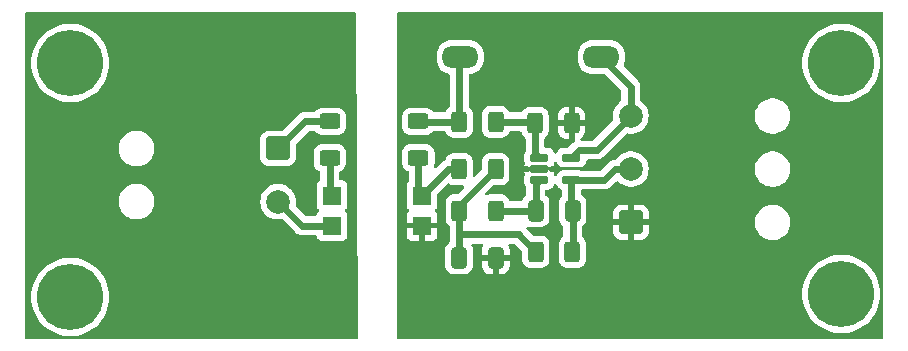
<source format=gbr>
%TF.GenerationSoftware,KiCad,Pcbnew,8.0.7*%
%TF.CreationDate,2025-02-03T10:28:06+01:00*%
%TF.ProjectId,pwmTo_0-5V,70776d54-6f5f-4302-9d35-562e6b696361,rev?*%
%TF.SameCoordinates,Original*%
%TF.FileFunction,Copper,L1,Top*%
%TF.FilePolarity,Positive*%
%FSLAX46Y46*%
G04 Gerber Fmt 4.6, Leading zero omitted, Abs format (unit mm)*
G04 Created by KiCad (PCBNEW 8.0.7) date 2025-02-03 10:28:06*
%MOMM*%
%LPD*%
G01*
G04 APERTURE LIST*
G04 Aperture macros list*
%AMRoundRect*
0 Rectangle with rounded corners*
0 $1 Rounding radius*
0 $2 $3 $4 $5 $6 $7 $8 $9 X,Y pos of 4 corners*
0 Add a 4 corners polygon primitive as box body*
4,1,4,$2,$3,$4,$5,$6,$7,$8,$9,$2,$3,0*
0 Add four circle primitives for the rounded corners*
1,1,$1+$1,$2,$3*
1,1,$1+$1,$4,$5*
1,1,$1+$1,$6,$7*
1,1,$1+$1,$8,$9*
0 Add four rect primitives between the rounded corners*
20,1,$1+$1,$2,$3,$4,$5,0*
20,1,$1+$1,$4,$5,$6,$7,0*
20,1,$1+$1,$6,$7,$8,$9,0*
20,1,$1+$1,$8,$9,$2,$3,0*%
G04 Aperture macros list end*
%TA.AperFunction,SMDPad,CuDef*%
%ADD10RoundRect,0.250000X-0.400000X-0.625000X0.400000X-0.625000X0.400000X0.625000X-0.400000X0.625000X0*%
%TD*%
%TA.AperFunction,ComponentPad*%
%ADD11C,3.600000*%
%TD*%
%TA.AperFunction,ConnectorPad*%
%ADD12C,5.600000*%
%TD*%
%TA.AperFunction,ComponentPad*%
%ADD13RoundRect,0.250000X0.750000X-0.750000X0.750000X0.750000X-0.750000X0.750000X-0.750000X-0.750000X0*%
%TD*%
%TA.AperFunction,ComponentPad*%
%ADD14C,2.000000*%
%TD*%
%TA.AperFunction,ComponentPad*%
%ADD15RoundRect,0.799900X-0.700100X-0.150100X0.700100X-0.150100X0.700100X0.150100X-0.700100X0.150100X0*%
%TD*%
%TA.AperFunction,SMDPad,CuDef*%
%ADD16RoundRect,0.250000X-0.625000X0.400000X-0.625000X-0.400000X0.625000X-0.400000X0.625000X0.400000X0*%
%TD*%
%TA.AperFunction,SMDPad,CuDef*%
%ADD17RoundRect,0.250000X-0.412500X-0.650000X0.412500X-0.650000X0.412500X0.650000X-0.412500X0.650000X0*%
%TD*%
%TA.AperFunction,SMDPad,CuDef*%
%ADD18RoundRect,0.162500X-0.617500X-0.162500X0.617500X-0.162500X0.617500X0.162500X-0.617500X0.162500X0*%
%TD*%
%TA.AperFunction,SMDPad,CuDef*%
%ADD19R,1.600000X1.600000*%
%TD*%
%TA.AperFunction,ComponentPad*%
%ADD20RoundRect,0.250000X-0.750000X0.750000X-0.750000X-0.750000X0.750000X-0.750000X0.750000X0.750000X0*%
%TD*%
%TA.AperFunction,Conductor*%
%ADD21C,0.600000*%
%TD*%
G04 APERTURE END LIST*
D10*
%TO.P,R7,1*%
%TO.N,Net-(R4-Pad2)*%
X101525000Y-67800000D03*
%TO.P,R7,2*%
%TO.N,Net-(C1-Pad1)*%
X104625000Y-67800000D03*
%TD*%
D11*
%TO.P,H4,1*%
%TO.N,N/C*%
X68605000Y-58812000D03*
D12*
X68605000Y-58812000D03*
%TD*%
D10*
%TO.P,R3,1*%
%TO.N,VCC*%
X101525000Y-63800000D03*
%TO.P,R3,2*%
%TO.N,Net-(U2-+)*%
X104625000Y-63800000D03*
%TD*%
D11*
%TO.P,H3,1*%
%TO.N,N/C*%
X68605000Y-78624000D03*
D12*
X68605000Y-78624000D03*
%TD*%
D10*
%TO.P,R5,1*%
%TO.N,Net-(C1-Pad1)*%
X108025000Y-74800000D03*
%TO.P,R5,2*%
%TO.N,Net-(J1-Pin_2)*%
X111125000Y-74800000D03*
%TD*%
%TO.P,R2,1*%
%TO.N,Net-(U2-+)*%
X107949000Y-63892000D03*
%TO.P,R2,2*%
%TO.N,GND*%
X111049000Y-63892000D03*
%TD*%
D13*
%TO.P,J1,1,Pin_1*%
%TO.N,GND*%
X116075000Y-72300000D03*
D14*
%TO.P,J1,2,Pin_2*%
%TO.N,Net-(J1-Pin_2)*%
X116075000Y-67800000D03*
%TO.P,J1,3,Pin_3*%
%TO.N,VCC*%
X116075000Y-63300000D03*
%TD*%
D15*
%TO.P,JP1,1,A*%
%TO.N,VCC*%
X101625000Y-58304000D03*
%TO.P,JP1,2,B*%
X113563000Y-58304000D03*
%TD*%
D11*
%TO.P,H1,1*%
%TO.N,N/C*%
X133883000Y-58812000D03*
D12*
X133883000Y-58812000D03*
%TD*%
D11*
%TO.P,H2,1*%
%TO.N,N/C*%
X133883000Y-78370000D03*
D12*
X133883000Y-78370000D03*
%TD*%
D16*
%TO.P,R1,1*%
%TO.N,Net-(J2-Pin_1)*%
X90575000Y-63750000D03*
%TO.P,R1,2*%
%TO.N,Net-(R1-Pad2)*%
X90575000Y-66850000D03*
%TD*%
D17*
%TO.P,C2,1*%
%TO.N,Net-(U2--)*%
X108012500Y-71300000D03*
%TO.P,C2,2*%
%TO.N,Net-(J1-Pin_2)*%
X111137500Y-71300000D03*
%TD*%
D18*
%TO.P,U2,1,+*%
%TO.N,Net-(U2-+)*%
X108323000Y-66818000D03*
%TO.P,U2,2,V-*%
%TO.N,GND*%
X108323000Y-67768000D03*
%TO.P,U2,3,-*%
%TO.N,Net-(U2--)*%
X108323000Y-68718000D03*
%TO.P,U2,4*%
%TO.N,Net-(J1-Pin_2)*%
X111023000Y-68718000D03*
%TO.P,U2,5,V+*%
%TO.N,VCC*%
X111023000Y-66818000D03*
%TD*%
D10*
%TO.P,R6,1*%
%TO.N,Net-(C1-Pad1)*%
X101525000Y-71300000D03*
%TO.P,R6,2*%
%TO.N,Net-(U2--)*%
X104625000Y-71300000D03*
%TD*%
D19*
%TO.P,U1,1*%
%TO.N,Net-(R1-Pad2)*%
X90765000Y-70030000D03*
%TO.P,U1,2*%
%TO.N,Net-(J2-Pin_2)*%
X90765000Y-72570000D03*
%TO.P,U1,3*%
%TO.N,GND*%
X98385000Y-72570000D03*
%TO.P,U1,4*%
%TO.N,Net-(R4-Pad2)*%
X98385000Y-70030000D03*
%TD*%
D17*
%TO.P,C1,1*%
%TO.N,Net-(C1-Pad1)*%
X101512500Y-75300000D03*
%TO.P,C1,2*%
%TO.N,GND*%
X104637500Y-75300000D03*
%TD*%
D20*
%TO.P,J2,1,Pin_1*%
%TO.N,Net-(J2-Pin_1)*%
X86200000Y-66050000D03*
D14*
%TO.P,J2,2,Pin_2*%
%TO.N,Net-(J2-Pin_2)*%
X86200000Y-70550000D03*
%TD*%
D16*
%TO.P,R4,1*%
%TO.N,VCC*%
X98075000Y-63750000D03*
%TO.P,R4,2*%
%TO.N,Net-(R4-Pad2)*%
X98075000Y-66850000D03*
%TD*%
D21*
%TO.N,Net-(C1-Pad1)*%
X106575000Y-73350000D02*
X106575000Y-73300000D01*
X108025000Y-74800000D02*
X106575000Y-73350000D01*
X106575000Y-73300000D02*
X101525000Y-73300000D01*
X101525000Y-73300000D02*
X101525000Y-74787500D01*
X101525000Y-74787500D02*
X101512500Y-74800000D01*
X101525000Y-70900000D02*
X101525000Y-71300000D01*
X101525000Y-71300000D02*
X101525000Y-73300000D01*
X104625000Y-67800000D02*
X101525000Y-70900000D01*
%TO.N,Net-(U2--)*%
X108012500Y-71300000D02*
X104625000Y-71300000D01*
X108012500Y-69028500D02*
X108323000Y-68718000D01*
X108012500Y-71300000D02*
X108012500Y-69028500D01*
%TO.N,Net-(J1-Pin_2)*%
X111023000Y-71185500D02*
X111137500Y-71300000D01*
X113817000Y-68718000D02*
X111023000Y-68718000D01*
X111023000Y-68718000D02*
X111023000Y-71185500D01*
X116075000Y-67800000D02*
X114735000Y-67800000D01*
X111137500Y-71300000D02*
X111137500Y-74787500D01*
X114735000Y-67800000D02*
X113817000Y-68718000D01*
X111137500Y-74787500D02*
X111125000Y-74800000D01*
%TO.N,VCC*%
X98125000Y-63800000D02*
X98075000Y-63750000D01*
X116075000Y-60816000D02*
X113563000Y-58304000D01*
X116075000Y-60816000D02*
X116075000Y-62500000D01*
X101525000Y-63800000D02*
X98125000Y-63800000D01*
X111663000Y-66178000D02*
X111023000Y-66818000D01*
X113197000Y-66178000D02*
X111663000Y-66178000D01*
X116075000Y-63300000D02*
X113197000Y-66178000D01*
X101525000Y-63800000D02*
X101525000Y-58404000D01*
X101525000Y-58404000D02*
X101625000Y-58304000D01*
%TO.N,Net-(J2-Pin_2)*%
X88220000Y-72570000D02*
X90765000Y-72570000D01*
X86200000Y-70550000D02*
X88220000Y-72570000D01*
%TO.N,Net-(J2-Pin_1)*%
X88500000Y-63750000D02*
X86200000Y-66050000D01*
X90575000Y-63750000D02*
X88500000Y-63750000D01*
%TO.N,Net-(R1-Pad2)*%
X90575000Y-66850000D02*
X90575000Y-69840000D01*
X90575000Y-69840000D02*
X90765000Y-70030000D01*
%TO.N,Net-(U2-+)*%
X104625000Y-63800000D02*
X108025000Y-63800000D01*
X107949000Y-63892000D02*
X107949000Y-66444000D01*
X107949000Y-66444000D02*
X108323000Y-66818000D01*
%TO.N,Net-(R4-Pad2)*%
X100615000Y-67800000D02*
X98385000Y-70030000D01*
X101525000Y-67800000D02*
X100615000Y-67800000D01*
X98075000Y-66850000D02*
X98075000Y-69720000D01*
X98075000Y-69720000D02*
X98385000Y-70030000D01*
%TD*%
%TA.AperFunction,Conductor*%
%TO.N,GND*%
G36*
X92698390Y-54506185D02*
G01*
X92744145Y-54558989D01*
X92755345Y-54609410D01*
X92994612Y-81885805D01*
X92996162Y-82062412D01*
X92977066Y-82129622D01*
X92924666Y-82175838D01*
X92872167Y-82187500D01*
X64911500Y-82187500D01*
X64844461Y-82167815D01*
X64798706Y-82115011D01*
X64787500Y-82063500D01*
X64787500Y-78623997D01*
X65299652Y-78623997D01*
X65299652Y-78624002D01*
X65319028Y-78981368D01*
X65319029Y-78981385D01*
X65376926Y-79334539D01*
X65376932Y-79334565D01*
X65472672Y-79679392D01*
X65472674Y-79679399D01*
X65605142Y-80011870D01*
X65605151Y-80011888D01*
X65772784Y-80328077D01*
X65772790Y-80328086D01*
X65973634Y-80624309D01*
X65973641Y-80624319D01*
X66205331Y-80897085D01*
X66205332Y-80897086D01*
X66465163Y-81143211D01*
X66750081Y-81359800D01*
X67056747Y-81544315D01*
X67056749Y-81544316D01*
X67056751Y-81544317D01*
X67056755Y-81544319D01*
X67381552Y-81694585D01*
X67381565Y-81694591D01*
X67720726Y-81808868D01*
X68070254Y-81885805D01*
X68426052Y-81924500D01*
X68426058Y-81924500D01*
X68783942Y-81924500D01*
X68783948Y-81924500D01*
X69139746Y-81885805D01*
X69489274Y-81808868D01*
X69828435Y-81694591D01*
X70153253Y-81544315D01*
X70459919Y-81359800D01*
X70744837Y-81143211D01*
X71004668Y-80897086D01*
X71236365Y-80624311D01*
X71437211Y-80328085D01*
X71604853Y-80011880D01*
X71737324Y-79679403D01*
X71833071Y-79334552D01*
X71890972Y-78981371D01*
X71910348Y-78624000D01*
X71890972Y-78266629D01*
X71833071Y-77913448D01*
X71737324Y-77568597D01*
X71604853Y-77236120D01*
X71437211Y-76919915D01*
X71236365Y-76623689D01*
X71236361Y-76623684D01*
X71236358Y-76623680D01*
X71004668Y-76350914D01*
X70744837Y-76104789D01*
X70744830Y-76104783D01*
X70744827Y-76104781D01*
X70677245Y-76053407D01*
X70459919Y-75888200D01*
X70153253Y-75703685D01*
X70153252Y-75703684D01*
X70153248Y-75703682D01*
X70153244Y-75703680D01*
X69828447Y-75553414D01*
X69828441Y-75553411D01*
X69828435Y-75553409D01*
X69658854Y-75496270D01*
X69489273Y-75439131D01*
X69139744Y-75362194D01*
X68783949Y-75323500D01*
X68783948Y-75323500D01*
X68426052Y-75323500D01*
X68426050Y-75323500D01*
X68070255Y-75362194D01*
X67720726Y-75439131D01*
X67464970Y-75525306D01*
X67381565Y-75553409D01*
X67381563Y-75553410D01*
X67381552Y-75553414D01*
X67056755Y-75703680D01*
X67056751Y-75703682D01*
X66828367Y-75841096D01*
X66750081Y-75888200D01*
X66661768Y-75955333D01*
X66465172Y-76104781D01*
X66465163Y-76104789D01*
X66205331Y-76350914D01*
X65973641Y-76623680D01*
X65973634Y-76623690D01*
X65772790Y-76919913D01*
X65772784Y-76919922D01*
X65605151Y-77236111D01*
X65605142Y-77236129D01*
X65472674Y-77568600D01*
X65472672Y-77568607D01*
X65376932Y-77913434D01*
X65376926Y-77913460D01*
X65319029Y-78266614D01*
X65319028Y-78266631D01*
X65299652Y-78623997D01*
X64787500Y-78623997D01*
X64787500Y-70431902D01*
X72699500Y-70431902D01*
X72699500Y-70668097D01*
X72736446Y-70901368D01*
X72809433Y-71125996D01*
X72881078Y-71266606D01*
X72916657Y-71336433D01*
X73055483Y-71527510D01*
X73222490Y-71694517D01*
X73413567Y-71833343D01*
X73512991Y-71884002D01*
X73624003Y-71940566D01*
X73624005Y-71940566D01*
X73624008Y-71940568D01*
X73744412Y-71979689D01*
X73848631Y-72013553D01*
X74081903Y-72050500D01*
X74081908Y-72050500D01*
X74318097Y-72050500D01*
X74551368Y-72013553D01*
X74563626Y-72009570D01*
X74775992Y-71940568D01*
X74986433Y-71833343D01*
X75177510Y-71694517D01*
X75344517Y-71527510D01*
X75483343Y-71336433D01*
X75590568Y-71125992D01*
X75663553Y-70901368D01*
X75679955Y-70797811D01*
X75700500Y-70668097D01*
X75700500Y-70549994D01*
X84694357Y-70549994D01*
X84694357Y-70550005D01*
X84714890Y-70797812D01*
X84714892Y-70797824D01*
X84775936Y-71038881D01*
X84875826Y-71266606D01*
X85011833Y-71474782D01*
X85011836Y-71474785D01*
X85180256Y-71657738D01*
X85376491Y-71810474D01*
X85595190Y-71928828D01*
X85830386Y-72009571D01*
X86075665Y-72050500D01*
X86324334Y-72050500D01*
X86324335Y-72050500D01*
X86470560Y-72026099D01*
X86539923Y-72034481D01*
X86578649Y-72060727D01*
X87598211Y-73080289D01*
X87709711Y-73191789D01*
X87840821Y-73279394D01*
X87943833Y-73322062D01*
X87986502Y-73339737D01*
X88141152Y-73370499D01*
X88141155Y-73370500D01*
X88141157Y-73370500D01*
X88141158Y-73370500D01*
X89348023Y-73370500D01*
X89415062Y-73390185D01*
X89460817Y-73442989D01*
X89468266Y-73470134D01*
X89469124Y-73469932D01*
X89470907Y-73477479D01*
X89521202Y-73612328D01*
X89521206Y-73612335D01*
X89607452Y-73727544D01*
X89607455Y-73727547D01*
X89722664Y-73813793D01*
X89722671Y-73813797D01*
X89857517Y-73864091D01*
X89857516Y-73864091D01*
X89864444Y-73864835D01*
X89917127Y-73870500D01*
X91612872Y-73870499D01*
X91672483Y-73864091D01*
X91807331Y-73813796D01*
X91922546Y-73727546D01*
X92008796Y-73612331D01*
X92059091Y-73477483D01*
X92065500Y-73417873D01*
X92065499Y-71722128D01*
X92059091Y-71662517D01*
X92008796Y-71527669D01*
X92008795Y-71527668D01*
X92008793Y-71527664D01*
X91922547Y-71412455D01*
X91922546Y-71412454D01*
X91904930Y-71399267D01*
X91863058Y-71343334D01*
X91858074Y-71273642D01*
X91891558Y-71212319D01*
X91904930Y-71200733D01*
X91922546Y-71187546D01*
X92008796Y-71072331D01*
X92059091Y-70937483D01*
X92065500Y-70877873D01*
X92065499Y-69182128D01*
X92059091Y-69122517D01*
X92045637Y-69086446D01*
X92008797Y-68987671D01*
X92008793Y-68987664D01*
X91922547Y-68872455D01*
X91922544Y-68872452D01*
X91807335Y-68786206D01*
X91807328Y-68786202D01*
X91672482Y-68735908D01*
X91672483Y-68735908D01*
X91612883Y-68729501D01*
X91612881Y-68729500D01*
X91612873Y-68729500D01*
X91612865Y-68729500D01*
X91499500Y-68729500D01*
X91432461Y-68709815D01*
X91386706Y-68657011D01*
X91375500Y-68605500D01*
X91375500Y-68072016D01*
X91395185Y-68004977D01*
X91447989Y-67959222D01*
X91460488Y-67954313D01*
X91519334Y-67934814D01*
X91668656Y-67842712D01*
X91792712Y-67718656D01*
X91884814Y-67569334D01*
X91939999Y-67402797D01*
X91950500Y-67300009D01*
X91950499Y-66399992D01*
X91939999Y-66297203D01*
X91884814Y-66130666D01*
X91792712Y-65981344D01*
X91668656Y-65857288D01*
X91519334Y-65765186D01*
X91352797Y-65710001D01*
X91352795Y-65710000D01*
X91250010Y-65699500D01*
X89899998Y-65699500D01*
X89899981Y-65699501D01*
X89797203Y-65710000D01*
X89797200Y-65710001D01*
X89630668Y-65765185D01*
X89630663Y-65765187D01*
X89481342Y-65857289D01*
X89357289Y-65981342D01*
X89265187Y-66130663D01*
X89265185Y-66130668D01*
X89237349Y-66214670D01*
X89210001Y-66297203D01*
X89210001Y-66297204D01*
X89210000Y-66297204D01*
X89199500Y-66399983D01*
X89199500Y-67300001D01*
X89199501Y-67300019D01*
X89210000Y-67402796D01*
X89210001Y-67402799D01*
X89246702Y-67513553D01*
X89265186Y-67569334D01*
X89357288Y-67718656D01*
X89481344Y-67842712D01*
X89630666Y-67934814D01*
X89630668Y-67934815D01*
X89651110Y-67941588D01*
X89689502Y-67954310D01*
X89746947Y-67994081D01*
X89773772Y-68058596D01*
X89774500Y-68072016D01*
X89774500Y-68685333D01*
X89754815Y-68752372D01*
X89724812Y-68784599D01*
X89607452Y-68872455D01*
X89521206Y-68987664D01*
X89521202Y-68987671D01*
X89470908Y-69122517D01*
X89464501Y-69182116D01*
X89464501Y-69182123D01*
X89464500Y-69182135D01*
X89464500Y-70877870D01*
X89464501Y-70877876D01*
X89470908Y-70937483D01*
X89521202Y-71072328D01*
X89521206Y-71072335D01*
X89607452Y-71187544D01*
X89607453Y-71187544D01*
X89607454Y-71187546D01*
X89625070Y-71200733D01*
X89625071Y-71200734D01*
X89666941Y-71256668D01*
X89671925Y-71326360D01*
X89638439Y-71387683D01*
X89625071Y-71399266D01*
X89607452Y-71412455D01*
X89521206Y-71527664D01*
X89521202Y-71527671D01*
X89470908Y-71662517D01*
X89469126Y-71670062D01*
X89466853Y-71669525D01*
X89444571Y-71723312D01*
X89387177Y-71763157D01*
X89348024Y-71769500D01*
X88602940Y-71769500D01*
X88535901Y-71749815D01*
X88515259Y-71733181D01*
X87713669Y-70931591D01*
X87680184Y-70870268D01*
X87681144Y-70813469D01*
X87685108Y-70797821D01*
X87685109Y-70797811D01*
X87705643Y-70550005D01*
X87705643Y-70549994D01*
X87685109Y-70302187D01*
X87685107Y-70302175D01*
X87624063Y-70061118D01*
X87524173Y-69833393D01*
X87388166Y-69625217D01*
X87339624Y-69572487D01*
X87219744Y-69442262D01*
X87023509Y-69289526D01*
X87023507Y-69289525D01*
X87023506Y-69289524D01*
X86804811Y-69171172D01*
X86804802Y-69171169D01*
X86569616Y-69090429D01*
X86324335Y-69049500D01*
X86075665Y-69049500D01*
X85830383Y-69090429D01*
X85595197Y-69171169D01*
X85595188Y-69171172D01*
X85376493Y-69289524D01*
X85180257Y-69442261D01*
X85011833Y-69625217D01*
X84875826Y-69833393D01*
X84775936Y-70061118D01*
X84714892Y-70302175D01*
X84714890Y-70302187D01*
X84694357Y-70549994D01*
X75700500Y-70549994D01*
X75700500Y-70431902D01*
X75663553Y-70198631D01*
X75590566Y-69974003D01*
X75483342Y-69763566D01*
X75344517Y-69572490D01*
X75177510Y-69405483D01*
X74986433Y-69266657D01*
X74775996Y-69159433D01*
X74551368Y-69086446D01*
X74318097Y-69049500D01*
X74318092Y-69049500D01*
X74081908Y-69049500D01*
X74081903Y-69049500D01*
X73848631Y-69086446D01*
X73624003Y-69159433D01*
X73413566Y-69266657D01*
X73304550Y-69345862D01*
X73222490Y-69405483D01*
X73222488Y-69405485D01*
X73222487Y-69405485D01*
X73055485Y-69572487D01*
X73055485Y-69572488D01*
X73055483Y-69572490D01*
X72995862Y-69654550D01*
X72916657Y-69763566D01*
X72809433Y-69974003D01*
X72736446Y-70198631D01*
X72699500Y-70431902D01*
X64787500Y-70431902D01*
X64787500Y-65931902D01*
X72699500Y-65931902D01*
X72699500Y-66168097D01*
X72736446Y-66401368D01*
X72809433Y-66625996D01*
X72916657Y-66836433D01*
X73055483Y-67027510D01*
X73222490Y-67194517D01*
X73413567Y-67333343D01*
X73512991Y-67384002D01*
X73624003Y-67440566D01*
X73624005Y-67440566D01*
X73624008Y-67440568D01*
X73744412Y-67479689D01*
X73848631Y-67513553D01*
X74081903Y-67550500D01*
X74081908Y-67550500D01*
X74318097Y-67550500D01*
X74551368Y-67513553D01*
X74775992Y-67440568D01*
X74986433Y-67333343D01*
X75177510Y-67194517D01*
X75344517Y-67027510D01*
X75483343Y-66836433D01*
X75590568Y-66625992D01*
X75663553Y-66401368D01*
X75680051Y-66297203D01*
X75700500Y-66168097D01*
X75700500Y-65931902D01*
X75663553Y-65698631D01*
X75590566Y-65474003D01*
X75483342Y-65263566D01*
X75473479Y-65249991D01*
X75473473Y-65249983D01*
X84699500Y-65249983D01*
X84699500Y-66850001D01*
X84699501Y-66850018D01*
X84710000Y-66952796D01*
X84710001Y-66952799D01*
X84734759Y-67027512D01*
X84765186Y-67119334D01*
X84857288Y-67268656D01*
X84981344Y-67392712D01*
X85130666Y-67484814D01*
X85297203Y-67539999D01*
X85399991Y-67550500D01*
X87000008Y-67550499D01*
X87102797Y-67539999D01*
X87269334Y-67484814D01*
X87418656Y-67392712D01*
X87542712Y-67268656D01*
X87634814Y-67119334D01*
X87689999Y-66952797D01*
X87700500Y-66850009D01*
X87700499Y-65732938D01*
X87720184Y-65665900D01*
X87736813Y-65645263D01*
X88795259Y-64586819D01*
X88856582Y-64553334D01*
X88882940Y-64550500D01*
X89246042Y-64550500D01*
X89313081Y-64570185D01*
X89351580Y-64609402D01*
X89355147Y-64615186D01*
X89357288Y-64618656D01*
X89481344Y-64742712D01*
X89630666Y-64834814D01*
X89797203Y-64889999D01*
X89899991Y-64900500D01*
X91250008Y-64900499D01*
X91352797Y-64889999D01*
X91519334Y-64834814D01*
X91668656Y-64742712D01*
X91792712Y-64618656D01*
X91884814Y-64469334D01*
X91939999Y-64302797D01*
X91950500Y-64200009D01*
X91950499Y-63299992D01*
X91939999Y-63197203D01*
X91884814Y-63030666D01*
X91792712Y-62881344D01*
X91668656Y-62757288D01*
X91519334Y-62665186D01*
X91352797Y-62610001D01*
X91352795Y-62610000D01*
X91250010Y-62599500D01*
X89899998Y-62599500D01*
X89899981Y-62599501D01*
X89797203Y-62610000D01*
X89797200Y-62610001D01*
X89630668Y-62665185D01*
X89630663Y-62665187D01*
X89481342Y-62757289D01*
X89357287Y-62881344D01*
X89351580Y-62890598D01*
X89299632Y-62937322D01*
X89246042Y-62949500D01*
X88421155Y-62949500D01*
X88266508Y-62980261D01*
X88266498Y-62980264D01*
X88120827Y-63040602D01*
X88120814Y-63040609D01*
X87989711Y-63128210D01*
X87989707Y-63128213D01*
X86604739Y-64513181D01*
X86543416Y-64546666D01*
X86517058Y-64549500D01*
X85399998Y-64549500D01*
X85399981Y-64549501D01*
X85297203Y-64560000D01*
X85297200Y-64560001D01*
X85130668Y-64615185D01*
X85130663Y-64615187D01*
X84981342Y-64707289D01*
X84857289Y-64831342D01*
X84765187Y-64980663D01*
X84765186Y-64980666D01*
X84710001Y-65147203D01*
X84710001Y-65147204D01*
X84710000Y-65147204D01*
X84699500Y-65249983D01*
X75473473Y-65249983D01*
X75344517Y-65072490D01*
X75177510Y-64905483D01*
X74986433Y-64766657D01*
X74775996Y-64659433D01*
X74551368Y-64586446D01*
X74318097Y-64549500D01*
X74318092Y-64549500D01*
X74081908Y-64549500D01*
X74081903Y-64549500D01*
X73848631Y-64586446D01*
X73624003Y-64659433D01*
X73413566Y-64766657D01*
X73324536Y-64831342D01*
X73222490Y-64905483D01*
X73222488Y-64905485D01*
X73222487Y-64905485D01*
X73055485Y-65072487D01*
X73055485Y-65072488D01*
X73055483Y-65072490D01*
X73001201Y-65147203D01*
X72916657Y-65263566D01*
X72809433Y-65474003D01*
X72736446Y-65698631D01*
X72699500Y-65931902D01*
X64787500Y-65931902D01*
X64787500Y-58811997D01*
X65299652Y-58811997D01*
X65299652Y-58812002D01*
X65319028Y-59169368D01*
X65319029Y-59169385D01*
X65376926Y-59522539D01*
X65376932Y-59522565D01*
X65472672Y-59867392D01*
X65472674Y-59867399D01*
X65605142Y-60199870D01*
X65605151Y-60199888D01*
X65772784Y-60516077D01*
X65772790Y-60516086D01*
X65973634Y-60812309D01*
X65973641Y-60812319D01*
X66205331Y-61085085D01*
X66205332Y-61085086D01*
X66465163Y-61331211D01*
X66750081Y-61547800D01*
X67056747Y-61732315D01*
X67056749Y-61732316D01*
X67056751Y-61732317D01*
X67056755Y-61732319D01*
X67381552Y-61882585D01*
X67381565Y-61882591D01*
X67720726Y-61996868D01*
X68070254Y-62073805D01*
X68426052Y-62112500D01*
X68426058Y-62112500D01*
X68783942Y-62112500D01*
X68783948Y-62112500D01*
X69139746Y-62073805D01*
X69489274Y-61996868D01*
X69828435Y-61882591D01*
X70153253Y-61732315D01*
X70459919Y-61547800D01*
X70744837Y-61331211D01*
X71004668Y-61085086D01*
X71236365Y-60812311D01*
X71437211Y-60516085D01*
X71604853Y-60199880D01*
X71737324Y-59867403D01*
X71833071Y-59522552D01*
X71890972Y-59169371D01*
X71910348Y-58812000D01*
X71890972Y-58454629D01*
X71833071Y-58101448D01*
X71737324Y-57756597D01*
X71604853Y-57424120D01*
X71437211Y-57107915D01*
X71236365Y-56811689D01*
X71236361Y-56811684D01*
X71236358Y-56811680D01*
X71004668Y-56538914D01*
X70744837Y-56292789D01*
X70744830Y-56292783D01*
X70744827Y-56292781D01*
X70677245Y-56241407D01*
X70459919Y-56076200D01*
X70153253Y-55891685D01*
X70153252Y-55891684D01*
X70153248Y-55891682D01*
X70153244Y-55891680D01*
X69828447Y-55741414D01*
X69828441Y-55741411D01*
X69828435Y-55741409D01*
X69658854Y-55684270D01*
X69489273Y-55627131D01*
X69139744Y-55550194D01*
X68783949Y-55511500D01*
X68783948Y-55511500D01*
X68426052Y-55511500D01*
X68426050Y-55511500D01*
X68070255Y-55550194D01*
X67720726Y-55627131D01*
X67464970Y-55713306D01*
X67381565Y-55741409D01*
X67381563Y-55741410D01*
X67381552Y-55741414D01*
X67056755Y-55891680D01*
X67056751Y-55891682D01*
X66828367Y-56029096D01*
X66750081Y-56076200D01*
X66661768Y-56143333D01*
X66465172Y-56292781D01*
X66465163Y-56292789D01*
X66205331Y-56538914D01*
X65973641Y-56811680D01*
X65973634Y-56811690D01*
X65772790Y-57107913D01*
X65772784Y-57107922D01*
X65605151Y-57424111D01*
X65605142Y-57424129D01*
X65472674Y-57756600D01*
X65472672Y-57756607D01*
X65376932Y-58101434D01*
X65376926Y-58101460D01*
X65319029Y-58454614D01*
X65319028Y-58454631D01*
X65299652Y-58811997D01*
X64787500Y-58811997D01*
X64787500Y-54610500D01*
X64807185Y-54543461D01*
X64859989Y-54497706D01*
X64911500Y-54486500D01*
X92631351Y-54486500D01*
X92698390Y-54506185D01*
G37*
%TD.AperFunction*%
%TD*%
%TA.AperFunction,Conductor*%
%TO.N,GND*%
G36*
X137389539Y-54506185D02*
G01*
X137435294Y-54558989D01*
X137446500Y-54610500D01*
X137446500Y-82063500D01*
X137426815Y-82130539D01*
X137374011Y-82176294D01*
X137322500Y-82187500D01*
X96374000Y-82187500D01*
X96306961Y-82167815D01*
X96261206Y-82115011D01*
X96250000Y-82063500D01*
X96250000Y-78369997D01*
X130577652Y-78369997D01*
X130577652Y-78370002D01*
X130597028Y-78727368D01*
X130597029Y-78727385D01*
X130654926Y-79080539D01*
X130654932Y-79080565D01*
X130750672Y-79425392D01*
X130750674Y-79425399D01*
X130883142Y-79757870D01*
X130883151Y-79757888D01*
X131050784Y-80074077D01*
X131050790Y-80074086D01*
X131251634Y-80370309D01*
X131251641Y-80370319D01*
X131483331Y-80643085D01*
X131483332Y-80643086D01*
X131743163Y-80889211D01*
X132028081Y-81105800D01*
X132334747Y-81290315D01*
X132334749Y-81290316D01*
X132334751Y-81290317D01*
X132334755Y-81290319D01*
X132659552Y-81440585D01*
X132659565Y-81440591D01*
X132998726Y-81554868D01*
X133348254Y-81631805D01*
X133704052Y-81670500D01*
X133704058Y-81670500D01*
X134061942Y-81670500D01*
X134061948Y-81670500D01*
X134417746Y-81631805D01*
X134767274Y-81554868D01*
X135106435Y-81440591D01*
X135431253Y-81290315D01*
X135737919Y-81105800D01*
X136022837Y-80889211D01*
X136282668Y-80643086D01*
X136514365Y-80370311D01*
X136715211Y-80074085D01*
X136882853Y-79757880D01*
X137015324Y-79425403D01*
X137111071Y-79080552D01*
X137168972Y-78727371D01*
X137188348Y-78370000D01*
X137168972Y-78012629D01*
X137111071Y-77659448D01*
X137015324Y-77314597D01*
X136882853Y-76982120D01*
X136733547Y-76700500D01*
X136715215Y-76665922D01*
X136715213Y-76665919D01*
X136715211Y-76665915D01*
X136514365Y-76369689D01*
X136514361Y-76369684D01*
X136514358Y-76369680D01*
X136282668Y-76096914D01*
X136180374Y-76000016D01*
X136022837Y-75850789D01*
X136022830Y-75850783D01*
X136022827Y-75850781D01*
X135882800Y-75744336D01*
X135737919Y-75634200D01*
X135431253Y-75449685D01*
X135431252Y-75449684D01*
X135431248Y-75449682D01*
X135431244Y-75449680D01*
X135106447Y-75299414D01*
X135106441Y-75299411D01*
X135106435Y-75299409D01*
X134936854Y-75242270D01*
X134767273Y-75185131D01*
X134417744Y-75108194D01*
X134061949Y-75069500D01*
X134061948Y-75069500D01*
X133704052Y-75069500D01*
X133704050Y-75069500D01*
X133348255Y-75108194D01*
X132998726Y-75185131D01*
X132742970Y-75271306D01*
X132659565Y-75299409D01*
X132659563Y-75299410D01*
X132659552Y-75299414D01*
X132334755Y-75449680D01*
X132334751Y-75449682D01*
X132168022Y-75550000D01*
X132028081Y-75634200D01*
X131939768Y-75701333D01*
X131743172Y-75850781D01*
X131743163Y-75850789D01*
X131483331Y-76096914D01*
X131251641Y-76369680D01*
X131251634Y-76369690D01*
X131050790Y-76665913D01*
X131050784Y-76665922D01*
X130883151Y-76982111D01*
X130883142Y-76982129D01*
X130750674Y-77314600D01*
X130750672Y-77314607D01*
X130654932Y-77659434D01*
X130654926Y-77659460D01*
X130597029Y-78012614D01*
X130597028Y-78012631D01*
X130577652Y-78369997D01*
X96250000Y-78369997D01*
X96250000Y-73417844D01*
X97085000Y-73417844D01*
X97091401Y-73477372D01*
X97091403Y-73477379D01*
X97141645Y-73612086D01*
X97141649Y-73612093D01*
X97227809Y-73727187D01*
X97227812Y-73727190D01*
X97342906Y-73813350D01*
X97342913Y-73813354D01*
X97477620Y-73863596D01*
X97477627Y-73863598D01*
X97537155Y-73869999D01*
X97537172Y-73870000D01*
X98135000Y-73870000D01*
X98635000Y-73870000D01*
X99232828Y-73870000D01*
X99232844Y-73869999D01*
X99292372Y-73863598D01*
X99292379Y-73863596D01*
X99427086Y-73813354D01*
X99427093Y-73813350D01*
X99542187Y-73727190D01*
X99542190Y-73727187D01*
X99628350Y-73612093D01*
X99628354Y-73612086D01*
X99678596Y-73477379D01*
X99678598Y-73477372D01*
X99684999Y-73417844D01*
X99685000Y-73417827D01*
X99685000Y-72820000D01*
X98635000Y-72820000D01*
X98635000Y-73870000D01*
X98135000Y-73870000D01*
X98135000Y-72820000D01*
X97085000Y-72820000D01*
X97085000Y-73417844D01*
X96250000Y-73417844D01*
X96250000Y-66399983D01*
X96699500Y-66399983D01*
X96699500Y-67300001D01*
X96699501Y-67300019D01*
X96710000Y-67402796D01*
X96710001Y-67402799D01*
X96765185Y-67569331D01*
X96765187Y-67569336D01*
X96777644Y-67589532D01*
X96857288Y-67718656D01*
X96981344Y-67842712D01*
X97130666Y-67934814D01*
X97130668Y-67934815D01*
X97151110Y-67941588D01*
X97189502Y-67954310D01*
X97246947Y-67994081D01*
X97273772Y-68058596D01*
X97274500Y-68072016D01*
X97274500Y-68775165D01*
X97254815Y-68842204D01*
X97233089Y-68865541D01*
X97233728Y-68866180D01*
X97227451Y-68872457D01*
X97141206Y-68987664D01*
X97141202Y-68987671D01*
X97090908Y-69122517D01*
X97084501Y-69182116D01*
X97084500Y-69182135D01*
X97084500Y-70877870D01*
X97084501Y-70877876D01*
X97090908Y-70937483D01*
X97141202Y-71072328D01*
X97141206Y-71072335D01*
X97227452Y-71187544D01*
X97227455Y-71187547D01*
X97245487Y-71201046D01*
X97287358Y-71256980D01*
X97292342Y-71326671D01*
X97258856Y-71387994D01*
X97245488Y-71399578D01*
X97227809Y-71412812D01*
X97141649Y-71527906D01*
X97141645Y-71527913D01*
X97091403Y-71662620D01*
X97091401Y-71662627D01*
X97085000Y-71722155D01*
X97085000Y-72320000D01*
X99685000Y-72320000D01*
X99685000Y-71722172D01*
X99684999Y-71722155D01*
X99678598Y-71662627D01*
X99678596Y-71662620D01*
X99628354Y-71527913D01*
X99628350Y-71527906D01*
X99542190Y-71412812D01*
X99542189Y-71412811D01*
X99524513Y-71399579D01*
X99482641Y-71343646D01*
X99477657Y-71273954D01*
X99511142Y-71212631D01*
X99524500Y-71201055D01*
X99542546Y-71187546D01*
X99628796Y-71072331D01*
X99679091Y-70937483D01*
X99685500Y-70877873D01*
X99685499Y-69912938D01*
X99705183Y-69845900D01*
X99721813Y-69825263D01*
X100508479Y-69038597D01*
X100569801Y-69005114D01*
X100639493Y-69010098D01*
X100661250Y-69020738D01*
X100805666Y-69109814D01*
X100972203Y-69164999D01*
X101074991Y-69175500D01*
X101818059Y-69175499D01*
X101885098Y-69195183D01*
X101930853Y-69247987D01*
X101940797Y-69317146D01*
X101911772Y-69380702D01*
X101905740Y-69387180D01*
X101404739Y-69888181D01*
X101343416Y-69921666D01*
X101317059Y-69924500D01*
X101074999Y-69924500D01*
X101074980Y-69924501D01*
X100972203Y-69935000D01*
X100972200Y-69935001D01*
X100805668Y-69990185D01*
X100805663Y-69990187D01*
X100656342Y-70082289D01*
X100532289Y-70206342D01*
X100440187Y-70355663D01*
X100440186Y-70355666D01*
X100385001Y-70522203D01*
X100385001Y-70522204D01*
X100385000Y-70522204D01*
X100374500Y-70624983D01*
X100374500Y-71975001D01*
X100374501Y-71975018D01*
X100385000Y-72077796D01*
X100385001Y-72077799D01*
X100420689Y-72185496D01*
X100440186Y-72244334D01*
X100532288Y-72393656D01*
X100656344Y-72517712D01*
X100665591Y-72523416D01*
X100712318Y-72575360D01*
X100724500Y-72628957D01*
X100724500Y-73930621D01*
X100704815Y-73997660D01*
X100665599Y-74036158D01*
X100631346Y-74057285D01*
X100507289Y-74181342D01*
X100415187Y-74330663D01*
X100415185Y-74330668D01*
X100415115Y-74330880D01*
X100360001Y-74497203D01*
X100360001Y-74497204D01*
X100360000Y-74497204D01*
X100349500Y-74599983D01*
X100349500Y-76000001D01*
X100349501Y-76000018D01*
X100360000Y-76102796D01*
X100360001Y-76102799D01*
X100384092Y-76175499D01*
X100415186Y-76269334D01*
X100507288Y-76418656D01*
X100631344Y-76542712D01*
X100780666Y-76634814D01*
X100947203Y-76689999D01*
X101049991Y-76700500D01*
X101975008Y-76700499D01*
X101975016Y-76700498D01*
X101975019Y-76700498D01*
X102031302Y-76694748D01*
X102077797Y-76689999D01*
X102244334Y-76634814D01*
X102393656Y-76542712D01*
X102517712Y-76418656D01*
X102609814Y-76269334D01*
X102664999Y-76102797D01*
X102675500Y-76000009D01*
X102675500Y-75999986D01*
X103475001Y-75999986D01*
X103485494Y-76102697D01*
X103540641Y-76269119D01*
X103540643Y-76269124D01*
X103632684Y-76418345D01*
X103756654Y-76542315D01*
X103905875Y-76634356D01*
X103905880Y-76634358D01*
X104072302Y-76689505D01*
X104072309Y-76689506D01*
X104175019Y-76699999D01*
X104387499Y-76699999D01*
X104887500Y-76699999D01*
X105099972Y-76699999D01*
X105099986Y-76699998D01*
X105202697Y-76689505D01*
X105369119Y-76634358D01*
X105369124Y-76634356D01*
X105518345Y-76542315D01*
X105642315Y-76418345D01*
X105734356Y-76269124D01*
X105734358Y-76269119D01*
X105789505Y-76102697D01*
X105789506Y-76102690D01*
X105799999Y-75999986D01*
X105800000Y-75999973D01*
X105800000Y-75550000D01*
X104887500Y-75550000D01*
X104887500Y-76699999D01*
X104387499Y-76699999D01*
X104387500Y-76699998D01*
X104387500Y-75550000D01*
X103475001Y-75550000D01*
X103475001Y-75999986D01*
X102675500Y-75999986D01*
X102675499Y-74599992D01*
X102664999Y-74497203D01*
X102609814Y-74330666D01*
X102584481Y-74289595D01*
X102566042Y-74222204D01*
X102586965Y-74155541D01*
X102640607Y-74110771D01*
X102690021Y-74100500D01*
X103460566Y-74100500D01*
X103527605Y-74120185D01*
X103573360Y-74172989D01*
X103583304Y-74242147D01*
X103566104Y-74289597D01*
X103540646Y-74330869D01*
X103540641Y-74330880D01*
X103485494Y-74497302D01*
X103485493Y-74497309D01*
X103475000Y-74600013D01*
X103475000Y-75050000D01*
X105799999Y-75050000D01*
X105799999Y-74600028D01*
X105799998Y-74600013D01*
X105789505Y-74497302D01*
X105734358Y-74330880D01*
X105734353Y-74330869D01*
X105708896Y-74289597D01*
X105690455Y-74222205D01*
X105711377Y-74155541D01*
X105765019Y-74110771D01*
X105814434Y-74100500D01*
X106142060Y-74100500D01*
X106209099Y-74120185D01*
X106229741Y-74136819D01*
X106838181Y-74745259D01*
X106871666Y-74806582D01*
X106874500Y-74832940D01*
X106874500Y-75475001D01*
X106874501Y-75475019D01*
X106885000Y-75577796D01*
X106885001Y-75577799D01*
X106903691Y-75634200D01*
X106940186Y-75744334D01*
X107032288Y-75893656D01*
X107156344Y-76017712D01*
X107305666Y-76109814D01*
X107472203Y-76164999D01*
X107574991Y-76175500D01*
X108475008Y-76175499D01*
X108475016Y-76175498D01*
X108475019Y-76175498D01*
X108531302Y-76169748D01*
X108577797Y-76164999D01*
X108744334Y-76109814D01*
X108893656Y-76017712D01*
X109017712Y-75893656D01*
X109109814Y-75744334D01*
X109164999Y-75577797D01*
X109175500Y-75475009D01*
X109175499Y-74124992D01*
X109164999Y-74022203D01*
X109109814Y-73855666D01*
X109017712Y-73706344D01*
X108893656Y-73582288D01*
X108744334Y-73490186D01*
X108577797Y-73435001D01*
X108577795Y-73435000D01*
X108475016Y-73424500D01*
X108475009Y-73424500D01*
X107832940Y-73424500D01*
X107765901Y-73404815D01*
X107745259Y-73388181D01*
X107304859Y-72947781D01*
X107288342Y-72925510D01*
X107287779Y-72925887D01*
X107240552Y-72855207D01*
X107219674Y-72788529D01*
X107238159Y-72721149D01*
X107290137Y-72674459D01*
X107359107Y-72663283D01*
X107382647Y-72668607D01*
X107447203Y-72689999D01*
X107549991Y-72700500D01*
X108475008Y-72700499D01*
X108475016Y-72700498D01*
X108475019Y-72700498D01*
X108531302Y-72694748D01*
X108577797Y-72689999D01*
X108744334Y-72634814D01*
X108893656Y-72542712D01*
X109017712Y-72418656D01*
X109109814Y-72269334D01*
X109164999Y-72102797D01*
X109175500Y-72000009D01*
X109175499Y-70599992D01*
X109164999Y-70497203D01*
X109109814Y-70330666D01*
X109017712Y-70181344D01*
X108893656Y-70057288D01*
X108871900Y-70043868D01*
X108825177Y-69991918D01*
X108813000Y-69938331D01*
X108813000Y-69667499D01*
X108832685Y-69600460D01*
X108885489Y-69554705D01*
X108937000Y-69543499D01*
X108994097Y-69543499D01*
X109060882Y-69537431D01*
X109060885Y-69537430D01*
X109060887Y-69537430D01*
X109214602Y-69489531D01*
X109352388Y-69406236D01*
X109466236Y-69292388D01*
X109549531Y-69154602D01*
X109554613Y-69138290D01*
X109593347Y-69080143D01*
X109657371Y-69052167D01*
X109726357Y-69063245D01*
X109778402Y-69109862D01*
X109791383Y-69138284D01*
X109796467Y-69154598D01*
X109796468Y-69154600D01*
X109796469Y-69154602D01*
X109862333Y-69263553D01*
X109879766Y-69292391D01*
X109993608Y-69406233D01*
X109993610Y-69406234D01*
X109993612Y-69406236D01*
X110131398Y-69489531D01*
X110135387Y-69490774D01*
X110137944Y-69492477D01*
X110138239Y-69492610D01*
X110138217Y-69492658D01*
X110193535Y-69529509D01*
X110221511Y-69593533D01*
X110222500Y-69609160D01*
X110222500Y-70039770D01*
X110202815Y-70106809D01*
X110186181Y-70127451D01*
X110132289Y-70181342D01*
X110040187Y-70330663D01*
X110040186Y-70330666D01*
X109985001Y-70497203D01*
X109985001Y-70497204D01*
X109985000Y-70497204D01*
X109974500Y-70599983D01*
X109974500Y-72000001D01*
X109974501Y-72000018D01*
X109985000Y-72102796D01*
X109985001Y-72102799D01*
X110040185Y-72269331D01*
X110040187Y-72269336D01*
X110065517Y-72310403D01*
X110132288Y-72418656D01*
X110256344Y-72542712D01*
X110278094Y-72556127D01*
X110324820Y-72608073D01*
X110337000Y-72661667D01*
X110337000Y-73463331D01*
X110317315Y-73530370D01*
X110278100Y-73568868D01*
X110256343Y-73582288D01*
X110132289Y-73706342D01*
X110040187Y-73855663D01*
X110040185Y-73855668D01*
X110035436Y-73870000D01*
X109985001Y-74022203D01*
X109985001Y-74022204D01*
X109985000Y-74022204D01*
X109974500Y-74124983D01*
X109974500Y-75475001D01*
X109974501Y-75475018D01*
X109985000Y-75577796D01*
X109985001Y-75577799D01*
X110003691Y-75634200D01*
X110040186Y-75744334D01*
X110132288Y-75893656D01*
X110256344Y-76017712D01*
X110405666Y-76109814D01*
X110572203Y-76164999D01*
X110674991Y-76175500D01*
X111575008Y-76175499D01*
X111575016Y-76175498D01*
X111575019Y-76175498D01*
X111631302Y-76169748D01*
X111677797Y-76164999D01*
X111844334Y-76109814D01*
X111993656Y-76017712D01*
X112117712Y-75893656D01*
X112209814Y-75744334D01*
X112264999Y-75577797D01*
X112275500Y-75475009D01*
X112275499Y-74124992D01*
X112264999Y-74022203D01*
X112209814Y-73855666D01*
X112117712Y-73706344D01*
X111993656Y-73582288D01*
X111987989Y-73577807D01*
X111989430Y-73575984D01*
X111950175Y-73532335D01*
X111938000Y-73478752D01*
X111938000Y-72661667D01*
X111957685Y-72594628D01*
X111996905Y-72556127D01*
X112018656Y-72542712D01*
X112142712Y-72418656D01*
X112234814Y-72269334D01*
X112289999Y-72102797D01*
X112300500Y-72000009D01*
X112300500Y-71500013D01*
X114575000Y-71500013D01*
X114575000Y-72050000D01*
X115728590Y-72050000D01*
X115678963Y-72135956D01*
X115650000Y-72244048D01*
X115650000Y-72355952D01*
X115678963Y-72464044D01*
X115728590Y-72550000D01*
X114575001Y-72550000D01*
X114575001Y-73099986D01*
X114585494Y-73202697D01*
X114640641Y-73369119D01*
X114640643Y-73369124D01*
X114732684Y-73518345D01*
X114856654Y-73642315D01*
X115005875Y-73734356D01*
X115005880Y-73734358D01*
X115172302Y-73789505D01*
X115172309Y-73789506D01*
X115275019Y-73799999D01*
X115824999Y-73799999D01*
X115825000Y-73799998D01*
X115825000Y-72646409D01*
X115910956Y-72696037D01*
X116019048Y-72725000D01*
X116130952Y-72725000D01*
X116239044Y-72696037D01*
X116325000Y-72646409D01*
X116325000Y-73799999D01*
X116874972Y-73799999D01*
X116874986Y-73799998D01*
X116977697Y-73789505D01*
X117144119Y-73734358D01*
X117144124Y-73734356D01*
X117293345Y-73642315D01*
X117417315Y-73518345D01*
X117509356Y-73369124D01*
X117509358Y-73369119D01*
X117564505Y-73202697D01*
X117564506Y-73202690D01*
X117574999Y-73099986D01*
X117575000Y-73099973D01*
X117575000Y-72550000D01*
X116421410Y-72550000D01*
X116471037Y-72464044D01*
X116500000Y-72355952D01*
X116500000Y-72244048D01*
X116483348Y-72181902D01*
X126574500Y-72181902D01*
X126574500Y-72418097D01*
X126611446Y-72651368D01*
X126684433Y-72875996D01*
X126721010Y-72947781D01*
X126791657Y-73086433D01*
X126930483Y-73277510D01*
X127097490Y-73444517D01*
X127288567Y-73583343D01*
X127344992Y-73612093D01*
X127499003Y-73690566D01*
X127499005Y-73690566D01*
X127499008Y-73690568D01*
X127611709Y-73727187D01*
X127723631Y-73763553D01*
X127956903Y-73800500D01*
X127956908Y-73800500D01*
X128193097Y-73800500D01*
X128426368Y-73763553D01*
X128650992Y-73690568D01*
X128861433Y-73583343D01*
X129052510Y-73444517D01*
X129219517Y-73277510D01*
X129358343Y-73086433D01*
X129465568Y-72875992D01*
X129538553Y-72651368D01*
X129548177Y-72590606D01*
X129575500Y-72418097D01*
X129575500Y-72181902D01*
X129538553Y-71948631D01*
X129465566Y-71724003D01*
X129409002Y-71612991D01*
X129358343Y-71513567D01*
X129219517Y-71322490D01*
X129052510Y-71155483D01*
X128861433Y-71016657D01*
X128650996Y-70909433D01*
X128426368Y-70836446D01*
X128193097Y-70799500D01*
X128193092Y-70799500D01*
X127956908Y-70799500D01*
X127956903Y-70799500D01*
X127723631Y-70836446D01*
X127499003Y-70909433D01*
X127288566Y-71016657D01*
X127179550Y-71095862D01*
X127097490Y-71155483D01*
X127097488Y-71155485D01*
X127097487Y-71155485D01*
X126930485Y-71322487D01*
X126930485Y-71322488D01*
X126930483Y-71322490D01*
X126876129Y-71397302D01*
X126791657Y-71513566D01*
X126684433Y-71724003D01*
X126611446Y-71948631D01*
X126574500Y-72181902D01*
X116483348Y-72181902D01*
X116471037Y-72135956D01*
X116421410Y-72050000D01*
X117574999Y-72050000D01*
X117574999Y-71500028D01*
X117574998Y-71500013D01*
X117564505Y-71397302D01*
X117509358Y-71230880D01*
X117509356Y-71230875D01*
X117417315Y-71081654D01*
X117293345Y-70957684D01*
X117144124Y-70865643D01*
X117144119Y-70865641D01*
X116977697Y-70810494D01*
X116977690Y-70810493D01*
X116874986Y-70800000D01*
X116325000Y-70800000D01*
X116325000Y-71953590D01*
X116239044Y-71903963D01*
X116130952Y-71875000D01*
X116019048Y-71875000D01*
X115910956Y-71903963D01*
X115825000Y-71953590D01*
X115825000Y-70800000D01*
X115275028Y-70800000D01*
X115275012Y-70800001D01*
X115172302Y-70810494D01*
X115005880Y-70865641D01*
X115005875Y-70865643D01*
X114856654Y-70957684D01*
X114732684Y-71081654D01*
X114640643Y-71230875D01*
X114640641Y-71230880D01*
X114585494Y-71397302D01*
X114585493Y-71397309D01*
X114575000Y-71500013D01*
X112300500Y-71500013D01*
X112300499Y-70599992D01*
X112289999Y-70497203D01*
X112234814Y-70330666D01*
X112142712Y-70181344D01*
X112018656Y-70057288D01*
X111882402Y-69973246D01*
X111835679Y-69921299D01*
X111823500Y-69867708D01*
X111823500Y-69642500D01*
X111843185Y-69575461D01*
X111895989Y-69529706D01*
X111947500Y-69518500D01*
X113895844Y-69518500D01*
X113895845Y-69518499D01*
X114050497Y-69487737D01*
X114196179Y-69427394D01*
X114327289Y-69339789D01*
X114822037Y-68845039D01*
X114883357Y-68811557D01*
X114953048Y-68816541D01*
X115000943Y-68848739D01*
X115055256Y-68907738D01*
X115251491Y-69060474D01*
X115287836Y-69080143D01*
X115464038Y-69175499D01*
X115470190Y-69178828D01*
X115705386Y-69259571D01*
X115950665Y-69300500D01*
X116199335Y-69300500D01*
X116444614Y-69259571D01*
X116679810Y-69178828D01*
X116898509Y-69060474D01*
X117094744Y-68907738D01*
X117263164Y-68724785D01*
X117399173Y-68516607D01*
X117499063Y-68288881D01*
X117560108Y-68047821D01*
X117561604Y-68029766D01*
X117580643Y-67800005D01*
X117580643Y-67799994D01*
X117570858Y-67681902D01*
X126574500Y-67681902D01*
X126574500Y-67918097D01*
X126611446Y-68151368D01*
X126684433Y-68375996D01*
X126756078Y-68516606D01*
X126791657Y-68586433D01*
X126930483Y-68777510D01*
X127097490Y-68944517D01*
X127288567Y-69083343D01*
X127387991Y-69134002D01*
X127499003Y-69190566D01*
X127499005Y-69190566D01*
X127499008Y-69190568D01*
X127564409Y-69211818D01*
X127723631Y-69263553D01*
X127956903Y-69300500D01*
X127956908Y-69300500D01*
X128193097Y-69300500D01*
X128426368Y-69263553D01*
X128474275Y-69247987D01*
X128650992Y-69190568D01*
X128861433Y-69083343D01*
X129052510Y-68944517D01*
X129219517Y-68777510D01*
X129358343Y-68586433D01*
X129465568Y-68375992D01*
X129538553Y-68151368D01*
X129554481Y-68050802D01*
X129575500Y-67918097D01*
X129575500Y-67681902D01*
X129538553Y-67448631D01*
X129500245Y-67330732D01*
X129465568Y-67224008D01*
X129465566Y-67224005D01*
X129465566Y-67224003D01*
X129393921Y-67083393D01*
X129358343Y-67013567D01*
X129219517Y-66822490D01*
X129052510Y-66655483D01*
X128861433Y-66516657D01*
X128809479Y-66490185D01*
X128650996Y-66409433D01*
X128426368Y-66336446D01*
X128193097Y-66299500D01*
X128193092Y-66299500D01*
X127956908Y-66299500D01*
X127956903Y-66299500D01*
X127723631Y-66336446D01*
X127499003Y-66409433D01*
X127288566Y-66516657D01*
X127179550Y-66595862D01*
X127097490Y-66655483D01*
X127097488Y-66655485D01*
X127097487Y-66655485D01*
X126930485Y-66822487D01*
X126930485Y-66822488D01*
X126930483Y-66822490D01*
X126883330Y-66887390D01*
X126791657Y-67013566D01*
X126684433Y-67224003D01*
X126611446Y-67448631D01*
X126574500Y-67681902D01*
X117570858Y-67681902D01*
X117560109Y-67552187D01*
X117560107Y-67552175D01*
X117499063Y-67311118D01*
X117399173Y-67083393D01*
X117263166Y-66875217D01*
X117214624Y-66822487D01*
X117094744Y-66692262D01*
X116898509Y-66539526D01*
X116898507Y-66539525D01*
X116898506Y-66539524D01*
X116679811Y-66421172D01*
X116679802Y-66421169D01*
X116444616Y-66340429D01*
X116199335Y-66299500D01*
X115950665Y-66299500D01*
X115705383Y-66340429D01*
X115470197Y-66421169D01*
X115470188Y-66421172D01*
X115251493Y-66539524D01*
X115055257Y-66692261D01*
X114886833Y-66875217D01*
X114842340Y-66943321D01*
X114789194Y-66988678D01*
X114738531Y-66999500D01*
X114656155Y-66999500D01*
X114501510Y-67030261D01*
X114501498Y-67030264D01*
X114355827Y-67090602D01*
X114355814Y-67090609D01*
X114224711Y-67178210D01*
X114224707Y-67178213D01*
X113521741Y-67881181D01*
X113460418Y-67914666D01*
X113434060Y-67917500D01*
X111840507Y-67917500D01*
X111803617Y-67911885D01*
X111760887Y-67898570D01*
X111760889Y-67898570D01*
X111734168Y-67896142D01*
X111694091Y-67892500D01*
X111694088Y-67892500D01*
X110351901Y-67892500D01*
X110285117Y-67898568D01*
X110285106Y-67898571D01*
X110131401Y-67946467D01*
X109993608Y-68029766D01*
X109879766Y-68143608D01*
X109879764Y-68143612D01*
X109800260Y-68275128D01*
X109796468Y-68281400D01*
X109791385Y-68297712D01*
X109752647Y-68355860D01*
X109688621Y-68383833D01*
X109619636Y-68372751D01*
X109567594Y-68326132D01*
X109554615Y-68297714D01*
X109549531Y-68281398D01*
X109549529Y-68281395D01*
X109548799Y-68279051D01*
X109547647Y-68209190D01*
X109548799Y-68205267D01*
X109596933Y-68050799D01*
X109596935Y-68050792D01*
X109599914Y-68018000D01*
X109367496Y-68018000D01*
X109303346Y-68000117D01*
X109214602Y-67946469D01*
X109214596Y-67946467D01*
X109060887Y-67898570D01*
X109060885Y-67898569D01*
X109060883Y-67898569D01*
X109014117Y-67894319D01*
X108994091Y-67892500D01*
X108994088Y-67892500D01*
X107651901Y-67892500D01*
X107585117Y-67898568D01*
X107585106Y-67898571D01*
X107431401Y-67946467D01*
X107342654Y-68000117D01*
X107278504Y-68018000D01*
X107046085Y-68018000D01*
X107049064Y-68050792D01*
X107049067Y-68050802D01*
X107097200Y-68205268D01*
X107098352Y-68275128D01*
X107097201Y-68279047D01*
X107048570Y-68435114D01*
X107042500Y-68501911D01*
X107042500Y-68934098D01*
X107048568Y-69000882D01*
X107048571Y-69000893D01*
X107096467Y-69154598D01*
X107096468Y-69154600D01*
X107096469Y-69154602D01*
X107162333Y-69263553D01*
X107179766Y-69292391D01*
X107184393Y-69298297D01*
X107182105Y-69300088D01*
X107209155Y-69349578D01*
X107212000Y-69375986D01*
X107212000Y-69938331D01*
X107192315Y-70005370D01*
X107153100Y-70043868D01*
X107131343Y-70057288D01*
X107007289Y-70181342D01*
X106915187Y-70330663D01*
X106915185Y-70330668D01*
X106887405Y-70414504D01*
X106847632Y-70471949D01*
X106783116Y-70498772D01*
X106769699Y-70499500D01*
X105847017Y-70499500D01*
X105779978Y-70479815D01*
X105734223Y-70427011D01*
X105729311Y-70414505D01*
X105729311Y-70414504D01*
X105709814Y-70355666D01*
X105617712Y-70206344D01*
X105493656Y-70082288D01*
X105372468Y-70007539D01*
X105344336Y-69990187D01*
X105344331Y-69990185D01*
X105342862Y-69989698D01*
X105177797Y-69935001D01*
X105177795Y-69935000D01*
X105075010Y-69924500D01*
X104174998Y-69924500D01*
X104174980Y-69924501D01*
X104072203Y-69935000D01*
X104072200Y-69935001D01*
X103963722Y-69970948D01*
X103905666Y-69990186D01*
X103905664Y-69990186D01*
X103898811Y-69992458D01*
X103898168Y-69990518D01*
X103839145Y-69999476D01*
X103775365Y-69970948D01*
X103737133Y-69912466D01*
X103736588Y-69842598D01*
X103768151Y-69788925D01*
X104345259Y-69211818D01*
X104406582Y-69178333D01*
X104432940Y-69175499D01*
X105075002Y-69175499D01*
X105075008Y-69175499D01*
X105177797Y-69164999D01*
X105344334Y-69109814D01*
X105493656Y-69017712D01*
X105617712Y-68893656D01*
X105709814Y-68744334D01*
X105764999Y-68577797D01*
X105775500Y-68475009D01*
X105775499Y-67124992D01*
X105771986Y-67090606D01*
X105764999Y-67022203D01*
X105764998Y-67022200D01*
X105749695Y-66976018D01*
X105709814Y-66855666D01*
X105617712Y-66706344D01*
X105493656Y-66582288D01*
X105344334Y-66490186D01*
X105177797Y-66435001D01*
X105177795Y-66435000D01*
X105075010Y-66424500D01*
X104174998Y-66424500D01*
X104174980Y-66424501D01*
X104072203Y-66435000D01*
X104072200Y-66435001D01*
X103905668Y-66490185D01*
X103905663Y-66490187D01*
X103756342Y-66582289D01*
X103632289Y-66706342D01*
X103540187Y-66855663D01*
X103540185Y-66855668D01*
X103529672Y-66887394D01*
X103485001Y-67022203D01*
X103485001Y-67022204D01*
X103485000Y-67022204D01*
X103474500Y-67124983D01*
X103474500Y-67767059D01*
X103454815Y-67834098D01*
X103438181Y-67854740D01*
X102887180Y-68405740D01*
X102825857Y-68439225D01*
X102756165Y-68434241D01*
X102700232Y-68392369D01*
X102675815Y-68326905D01*
X102675499Y-68318083D01*
X102675499Y-67124992D01*
X102671986Y-67090606D01*
X102664999Y-67022203D01*
X102664998Y-67022200D01*
X102649695Y-66976018D01*
X102609814Y-66855666D01*
X102517712Y-66706344D01*
X102393656Y-66582288D01*
X102244334Y-66490186D01*
X102077797Y-66435001D01*
X102077795Y-66435000D01*
X101975010Y-66424500D01*
X101074998Y-66424500D01*
X101074980Y-66424501D01*
X100972203Y-66435000D01*
X100972200Y-66435001D01*
X100805668Y-66490185D01*
X100805663Y-66490187D01*
X100656342Y-66582289D01*
X100532289Y-66706342D01*
X100440187Y-66855663D01*
X100440186Y-66855666D01*
X100400305Y-66976018D01*
X100360532Y-67033462D01*
X100330052Y-67051574D01*
X100235823Y-67090604D01*
X100235814Y-67090609D01*
X100104711Y-67178210D01*
X100104707Y-67178213D01*
X99591835Y-67691086D01*
X99530512Y-67724571D01*
X99460820Y-67719587D01*
X99404887Y-67677715D01*
X99380470Y-67612251D01*
X99386447Y-67564404D01*
X99439999Y-67402797D01*
X99450500Y-67300009D01*
X99450499Y-66399992D01*
X99439999Y-66297203D01*
X99384814Y-66130666D01*
X99292712Y-65981344D01*
X99168656Y-65857288D01*
X99019334Y-65765186D01*
X98852797Y-65710001D01*
X98852795Y-65710000D01*
X98750010Y-65699500D01*
X97399998Y-65699500D01*
X97399981Y-65699501D01*
X97297203Y-65710000D01*
X97297200Y-65710001D01*
X97130668Y-65765185D01*
X97130663Y-65765187D01*
X96981342Y-65857289D01*
X96857289Y-65981342D01*
X96765187Y-66130663D01*
X96765186Y-66130666D01*
X96710001Y-66297203D01*
X96710001Y-66297204D01*
X96710000Y-66297204D01*
X96699500Y-66399983D01*
X96250000Y-66399983D01*
X96250000Y-63299983D01*
X96699500Y-63299983D01*
X96699500Y-64200001D01*
X96699501Y-64200019D01*
X96710000Y-64302796D01*
X96710001Y-64302799D01*
X96765185Y-64469331D01*
X96765187Y-64469336D01*
X96768692Y-64475018D01*
X96857288Y-64618656D01*
X96981344Y-64742712D01*
X97130666Y-64834814D01*
X97297203Y-64889999D01*
X97399991Y-64900500D01*
X98750008Y-64900499D01*
X98852797Y-64889999D01*
X99019334Y-64834814D01*
X99168656Y-64742712D01*
X99274550Y-64636818D01*
X99335873Y-64603334D01*
X99362231Y-64600500D01*
X100302983Y-64600500D01*
X100370022Y-64620185D01*
X100415777Y-64672989D01*
X100420689Y-64685495D01*
X100440186Y-64744333D01*
X100440187Y-64744336D01*
X100449584Y-64759571D01*
X100532288Y-64893656D01*
X100656344Y-65017712D01*
X100805666Y-65109814D01*
X100972203Y-65164999D01*
X101074991Y-65175500D01*
X101975008Y-65175499D01*
X101975016Y-65175498D01*
X101975019Y-65175498D01*
X102054684Y-65167360D01*
X102077797Y-65164999D01*
X102244334Y-65109814D01*
X102393656Y-65017712D01*
X102517712Y-64893656D01*
X102609814Y-64744334D01*
X102664999Y-64577797D01*
X102675500Y-64475009D01*
X102675499Y-63124992D01*
X102675498Y-63124983D01*
X103474500Y-63124983D01*
X103474500Y-64475001D01*
X103474501Y-64475018D01*
X103485000Y-64577796D01*
X103485001Y-64577799D01*
X103540185Y-64744331D01*
X103540187Y-64744336D01*
X103549584Y-64759571D01*
X103632288Y-64893656D01*
X103756344Y-65017712D01*
X103905666Y-65109814D01*
X104072203Y-65164999D01*
X104174991Y-65175500D01*
X105075008Y-65175499D01*
X105075016Y-65175498D01*
X105075019Y-65175498D01*
X105154684Y-65167360D01*
X105177797Y-65164999D01*
X105344334Y-65109814D01*
X105493656Y-65017712D01*
X105617712Y-64893656D01*
X105709814Y-64744334D01*
X105729311Y-64685493D01*
X105769084Y-64628051D01*
X105833600Y-64601228D01*
X105847017Y-64600500D01*
X106696497Y-64600500D01*
X106763536Y-64620185D01*
X106809291Y-64672989D01*
X106814203Y-64685495D01*
X106864186Y-64836334D01*
X106956288Y-64985656D01*
X107080344Y-65109712D01*
X107089591Y-65115416D01*
X107136318Y-65167360D01*
X107148500Y-65220957D01*
X107148500Y-66260760D01*
X107130617Y-66324909D01*
X107096470Y-66381395D01*
X107096469Y-66381397D01*
X107096469Y-66381398D01*
X107079766Y-66435000D01*
X107048569Y-66535116D01*
X107042500Y-66601911D01*
X107042500Y-67034098D01*
X107048568Y-67100882D01*
X107048571Y-67100893D01*
X107097200Y-67256951D01*
X107098351Y-67326811D01*
X107097201Y-67330731D01*
X107049065Y-67485205D01*
X107049064Y-67485207D01*
X107046085Y-67517999D01*
X107046085Y-67518000D01*
X107278504Y-67518000D01*
X107342653Y-67535882D01*
X107431398Y-67589531D01*
X107585113Y-67637430D01*
X107651909Y-67643500D01*
X108994090Y-67643499D01*
X108994097Y-67643499D01*
X109060882Y-67637431D01*
X109060885Y-67637430D01*
X109060887Y-67637430D01*
X109214602Y-67589531D01*
X109303346Y-67535882D01*
X109367496Y-67518000D01*
X109599915Y-67518000D01*
X109599914Y-67517999D01*
X109596935Y-67485207D01*
X109596933Y-67485200D01*
X109548799Y-67330732D01*
X109547647Y-67260871D01*
X109548797Y-67256954D01*
X109549528Y-67254605D01*
X109549531Y-67254602D01*
X109554615Y-67238286D01*
X109593348Y-67180142D01*
X109657373Y-67152167D01*
X109726358Y-67163246D01*
X109778403Y-67209863D01*
X109791383Y-67238284D01*
X109796467Y-67254598D01*
X109796468Y-67254600D01*
X109796469Y-67254602D01*
X109879764Y-67392388D01*
X109879766Y-67392391D01*
X109993608Y-67506233D01*
X109993610Y-67506234D01*
X109993612Y-67506236D01*
X110131398Y-67589531D01*
X110285113Y-67637430D01*
X110351909Y-67643500D01*
X111694090Y-67643499D01*
X111694097Y-67643499D01*
X111760882Y-67637431D01*
X111760885Y-67637430D01*
X111760887Y-67637430D01*
X111914602Y-67589531D01*
X112052388Y-67506236D01*
X112166236Y-67392388D01*
X112249531Y-67254602D01*
X112297430Y-67100887D01*
X112298303Y-67091277D01*
X112323974Y-67026295D01*
X112380702Y-66985507D01*
X112421794Y-66978500D01*
X113275844Y-66978500D01*
X113275845Y-66978499D01*
X113430497Y-66947737D01*
X113576179Y-66887394D01*
X113707289Y-66799789D01*
X115696351Y-64810725D01*
X115757672Y-64777242D01*
X115804436Y-64776099D01*
X115950665Y-64800500D01*
X115950666Y-64800500D01*
X116199335Y-64800500D01*
X116444614Y-64759571D01*
X116679810Y-64678828D01*
X116898509Y-64560474D01*
X117094744Y-64407738D01*
X117263164Y-64224785D01*
X117399173Y-64016607D01*
X117499063Y-63788881D01*
X117560108Y-63547821D01*
X117560109Y-63547812D01*
X117580643Y-63300005D01*
X117580643Y-63299994D01*
X117570858Y-63181902D01*
X126574500Y-63181902D01*
X126574500Y-63418097D01*
X126611446Y-63651368D01*
X126684433Y-63875996D01*
X126756078Y-64016606D01*
X126791657Y-64086433D01*
X126930483Y-64277510D01*
X127097490Y-64444517D01*
X127288567Y-64583343D01*
X127387991Y-64634002D01*
X127499003Y-64690566D01*
X127499005Y-64690566D01*
X127499008Y-64690568D01*
X127619412Y-64729689D01*
X127723631Y-64763553D01*
X127956903Y-64800500D01*
X127956908Y-64800500D01*
X128193097Y-64800500D01*
X128426368Y-64763553D01*
X128438626Y-64759570D01*
X128650992Y-64690568D01*
X128861433Y-64583343D01*
X129052510Y-64444517D01*
X129219517Y-64277510D01*
X129358343Y-64086433D01*
X129465568Y-63875992D01*
X129538553Y-63651368D01*
X129552474Y-63563474D01*
X129575500Y-63418097D01*
X129575500Y-63181902D01*
X129538553Y-62948631D01*
X129489721Y-62798342D01*
X129465568Y-62724008D01*
X129465566Y-62724005D01*
X129465566Y-62724003D01*
X129407478Y-62610000D01*
X129358343Y-62513567D01*
X129219517Y-62322490D01*
X129052510Y-62155483D01*
X128861433Y-62016657D01*
X128822595Y-61996868D01*
X128650996Y-61909433D01*
X128426368Y-61836446D01*
X128193097Y-61799500D01*
X128193092Y-61799500D01*
X127956908Y-61799500D01*
X127956903Y-61799500D01*
X127723631Y-61836446D01*
X127499003Y-61909433D01*
X127288566Y-62016657D01*
X127179550Y-62095862D01*
X127097490Y-62155483D01*
X127097488Y-62155485D01*
X127097487Y-62155485D01*
X126930485Y-62322487D01*
X126930485Y-62322488D01*
X126930483Y-62322490D01*
X126870862Y-62404550D01*
X126791657Y-62513566D01*
X126684433Y-62724003D01*
X126611446Y-62948631D01*
X126574500Y-63181902D01*
X117570858Y-63181902D01*
X117560109Y-63052187D01*
X117560107Y-63052175D01*
X117499063Y-62811118D01*
X117399173Y-62583393D01*
X117263166Y-62375217D01*
X117214624Y-62322487D01*
X117094744Y-62192262D01*
X116923336Y-62058850D01*
X116882525Y-62002141D01*
X116875500Y-61960998D01*
X116875500Y-60737158D01*
X116875499Y-60737154D01*
X116868094Y-60699923D01*
X116844738Y-60582509D01*
X116844737Y-60582502D01*
X116786617Y-60442189D01*
X116784394Y-60436821D01*
X116696789Y-60305711D01*
X116585289Y-60194211D01*
X115488138Y-59097060D01*
X115454653Y-59035737D01*
X115459637Y-58966045D01*
X115463425Y-58957001D01*
X115489744Y-58900562D01*
X115513474Y-58812000D01*
X130577652Y-58812000D01*
X130593107Y-59097060D01*
X130597028Y-59169368D01*
X130597029Y-59169385D01*
X130654926Y-59522539D01*
X130654932Y-59522565D01*
X130750672Y-59867392D01*
X130750674Y-59867399D01*
X130883142Y-60199870D01*
X130883151Y-60199888D01*
X131050784Y-60516077D01*
X131050787Y-60516082D01*
X131050789Y-60516085D01*
X131200677Y-60737154D01*
X131251634Y-60812309D01*
X131251641Y-60812319D01*
X131483331Y-61085085D01*
X131483332Y-61085086D01*
X131743163Y-61331211D01*
X132028081Y-61547800D01*
X132334747Y-61732315D01*
X132334749Y-61732316D01*
X132334751Y-61732317D01*
X132334755Y-61732319D01*
X132559826Y-61836447D01*
X132659565Y-61882591D01*
X132998726Y-61996868D01*
X133348254Y-62073805D01*
X133704052Y-62112500D01*
X133704058Y-62112500D01*
X134061942Y-62112500D01*
X134061948Y-62112500D01*
X134417746Y-62073805D01*
X134767274Y-61996868D01*
X135106435Y-61882591D01*
X135431253Y-61732315D01*
X135737919Y-61547800D01*
X136022837Y-61331211D01*
X136282668Y-61085086D01*
X136514365Y-60812311D01*
X136715211Y-60516085D01*
X136882853Y-60199880D01*
X137015324Y-59867403D01*
X137111071Y-59522552D01*
X137168972Y-59169371D01*
X137188348Y-58812000D01*
X137168972Y-58454629D01*
X137111071Y-58101448D01*
X137015324Y-57756597D01*
X136882853Y-57424120D01*
X136808807Y-57284456D01*
X136715215Y-57107922D01*
X136715213Y-57107919D01*
X136715211Y-57107915D01*
X136514365Y-56811689D01*
X136514361Y-56811684D01*
X136514358Y-56811680D01*
X136282668Y-56538914D01*
X136022837Y-56292789D01*
X136022830Y-56292783D01*
X136022827Y-56292781D01*
X135955245Y-56241407D01*
X135737919Y-56076200D01*
X135431253Y-55891685D01*
X135431252Y-55891684D01*
X135431248Y-55891682D01*
X135431244Y-55891680D01*
X135106447Y-55741414D01*
X135106441Y-55741411D01*
X135106435Y-55741409D01*
X134936854Y-55684270D01*
X134767273Y-55627131D01*
X134417744Y-55550194D01*
X134061949Y-55511500D01*
X134061948Y-55511500D01*
X133704052Y-55511500D01*
X133704050Y-55511500D01*
X133348255Y-55550194D01*
X132998726Y-55627131D01*
X132742970Y-55713306D01*
X132659565Y-55741409D01*
X132659563Y-55741410D01*
X132659552Y-55741414D01*
X132334755Y-55891680D01*
X132334751Y-55891682D01*
X132106367Y-56029096D01*
X132028081Y-56076200D01*
X131939768Y-56143333D01*
X131743172Y-56292781D01*
X131743163Y-56292789D01*
X131483331Y-56538914D01*
X131251641Y-56811680D01*
X131251634Y-56811690D01*
X131050790Y-57107913D01*
X131050784Y-57107922D01*
X130883151Y-57424111D01*
X130883142Y-57424129D01*
X130750674Y-57756600D01*
X130750672Y-57756607D01*
X130654932Y-58101434D01*
X130654926Y-58101460D01*
X130597029Y-58454614D01*
X130597028Y-58454627D01*
X130597028Y-58454629D01*
X130577652Y-58812000D01*
X115513474Y-58812000D01*
X115548636Y-58680775D01*
X115563500Y-58510874D01*
X115563500Y-58097126D01*
X115548636Y-57927225D01*
X115489744Y-57707438D01*
X115393581Y-57501216D01*
X115263069Y-57314826D01*
X115102174Y-57153931D01*
X114915784Y-57023419D01*
X114915785Y-57023419D01*
X114915783Y-57023418D01*
X114812673Y-56975337D01*
X114709562Y-56927256D01*
X114709558Y-56927255D01*
X114709554Y-56927253D01*
X114489775Y-56868364D01*
X114319877Y-56853500D01*
X114319874Y-56853500D01*
X112806126Y-56853500D01*
X112806122Y-56853500D01*
X112670205Y-56865391D01*
X112636225Y-56868364D01*
X112636222Y-56868364D01*
X112416445Y-56927253D01*
X112416436Y-56927257D01*
X112210216Y-57023418D01*
X112085865Y-57110490D01*
X112023826Y-57153931D01*
X112023824Y-57153932D01*
X112023821Y-57153935D01*
X111862935Y-57314821D01*
X111732418Y-57501216D01*
X111636257Y-57707436D01*
X111636253Y-57707445D01*
X111577364Y-57927222D01*
X111577364Y-57927226D01*
X111562500Y-58097122D01*
X111562500Y-58510877D01*
X111577364Y-58680773D01*
X111577364Y-58680777D01*
X111636253Y-58900554D01*
X111636255Y-58900558D01*
X111636256Y-58900562D01*
X111662560Y-58956971D01*
X111732418Y-59106783D01*
X111732419Y-59106784D01*
X111862931Y-59293174D01*
X112023826Y-59454069D01*
X112210216Y-59584581D01*
X112416438Y-59680744D01*
X112636225Y-59739636D01*
X112806124Y-59754499D01*
X112806125Y-59754500D01*
X112806126Y-59754500D01*
X113830060Y-59754500D01*
X113897099Y-59774185D01*
X113917741Y-59790819D01*
X115238181Y-61111259D01*
X115271666Y-61172582D01*
X115274500Y-61198940D01*
X115274500Y-61960998D01*
X115254815Y-62028037D01*
X115226664Y-62058849D01*
X115102510Y-62155483D01*
X115055257Y-62192261D01*
X114886833Y-62375217D01*
X114750826Y-62583393D01*
X114650936Y-62811118D01*
X114589892Y-63052175D01*
X114589890Y-63052187D01*
X114569357Y-63299994D01*
X114569357Y-63300005D01*
X114589890Y-63547812D01*
X114589893Y-63547826D01*
X114593855Y-63563474D01*
X114591227Y-63633294D01*
X114561329Y-63681591D01*
X112901741Y-65341181D01*
X112840418Y-65374666D01*
X112814060Y-65377500D01*
X111919788Y-65377500D01*
X111852749Y-65357815D01*
X111806994Y-65305011D01*
X111797050Y-65235853D01*
X111826075Y-65172297D01*
X111854691Y-65147961D01*
X111917345Y-65109315D01*
X112041315Y-64985345D01*
X112133356Y-64836124D01*
X112133358Y-64836119D01*
X112188505Y-64669697D01*
X112188506Y-64669690D01*
X112198999Y-64566986D01*
X112199000Y-64566973D01*
X112199000Y-64142000D01*
X111299000Y-64142000D01*
X111299000Y-65266999D01*
X111306934Y-65274933D01*
X111340419Y-65336256D01*
X111335435Y-65405948D01*
X111293563Y-65461881D01*
X111288144Y-65465716D01*
X111152711Y-65556210D01*
X111152707Y-65556213D01*
X110752739Y-65956181D01*
X110691416Y-65989666D01*
X110665058Y-65992500D01*
X110351901Y-65992500D01*
X110285117Y-65998568D01*
X110285106Y-65998571D01*
X110131401Y-66046467D01*
X109993608Y-66129766D01*
X109879766Y-66243608D01*
X109796468Y-66381400D01*
X109791385Y-66397712D01*
X109752647Y-66455860D01*
X109688621Y-66483833D01*
X109619636Y-66472751D01*
X109567594Y-66426132D01*
X109554615Y-66397712D01*
X109552602Y-66391254D01*
X109549531Y-66381398D01*
X109466236Y-66243612D01*
X109466234Y-66243610D01*
X109466233Y-66243608D01*
X109352391Y-66129766D01*
X109214602Y-66046469D01*
X109214596Y-66046467D01*
X109060887Y-65998570D01*
X109060885Y-65998569D01*
X109060883Y-65998569D01*
X109014117Y-65994319D01*
X108994091Y-65992500D01*
X108994088Y-65992500D01*
X108873500Y-65992500D01*
X108806461Y-65972815D01*
X108760706Y-65920011D01*
X108749500Y-65868500D01*
X108749500Y-65220957D01*
X108769185Y-65153918D01*
X108808407Y-65115416D01*
X108817656Y-65109712D01*
X108941712Y-64985656D01*
X109033814Y-64836334D01*
X109088999Y-64669797D01*
X109099500Y-64567009D01*
X109099500Y-64566986D01*
X109899001Y-64566986D01*
X109909494Y-64669697D01*
X109964641Y-64836119D01*
X109964643Y-64836124D01*
X110056684Y-64985345D01*
X110180654Y-65109315D01*
X110329875Y-65201356D01*
X110329880Y-65201358D01*
X110496302Y-65256505D01*
X110496309Y-65256506D01*
X110599019Y-65266999D01*
X110798999Y-65266999D01*
X110799000Y-65266998D01*
X110799000Y-64142000D01*
X109899001Y-64142000D01*
X109899001Y-64566986D01*
X109099500Y-64566986D01*
X109099499Y-63217013D01*
X109899000Y-63217013D01*
X109899000Y-63642000D01*
X110799000Y-63642000D01*
X111299000Y-63642000D01*
X112198999Y-63642000D01*
X112198999Y-63217028D01*
X112198998Y-63217013D01*
X112188505Y-63114302D01*
X112133358Y-62947880D01*
X112133356Y-62947875D01*
X112041315Y-62798654D01*
X111917345Y-62674684D01*
X111768124Y-62582643D01*
X111768119Y-62582641D01*
X111601697Y-62527494D01*
X111601690Y-62527493D01*
X111498986Y-62517000D01*
X111299000Y-62517000D01*
X111299000Y-63642000D01*
X110799000Y-63642000D01*
X110799000Y-62517000D01*
X110599029Y-62517000D01*
X110599012Y-62517001D01*
X110496302Y-62527494D01*
X110329880Y-62582641D01*
X110329875Y-62582643D01*
X110180654Y-62674684D01*
X110056684Y-62798654D01*
X109964643Y-62947875D01*
X109964641Y-62947880D01*
X109909494Y-63114302D01*
X109909493Y-63114309D01*
X109899000Y-63217013D01*
X109099499Y-63217013D01*
X109099499Y-63216992D01*
X109088999Y-63114203D01*
X109033814Y-62947666D01*
X108941712Y-62798344D01*
X108817656Y-62674288D01*
X108668501Y-62582289D01*
X108668336Y-62582187D01*
X108668331Y-62582185D01*
X108651416Y-62576580D01*
X108501797Y-62527001D01*
X108501795Y-62527000D01*
X108399010Y-62516500D01*
X107498998Y-62516500D01*
X107498980Y-62516501D01*
X107396203Y-62527000D01*
X107396200Y-62527001D01*
X107229668Y-62582185D01*
X107229663Y-62582187D01*
X107080342Y-62674289D01*
X106956287Y-62798344D01*
X106868547Y-62940596D01*
X106816599Y-62987321D01*
X106763008Y-62999500D01*
X105847017Y-62999500D01*
X105779978Y-62979815D01*
X105734223Y-62927011D01*
X105729311Y-62914505D01*
X105709814Y-62855666D01*
X105617712Y-62706344D01*
X105493656Y-62582288D01*
X105344334Y-62490186D01*
X105177797Y-62435001D01*
X105177795Y-62435000D01*
X105075010Y-62424500D01*
X104174998Y-62424500D01*
X104174980Y-62424501D01*
X104072203Y-62435000D01*
X104072200Y-62435001D01*
X103905668Y-62490185D01*
X103905663Y-62490187D01*
X103756342Y-62582289D01*
X103632289Y-62706342D01*
X103540187Y-62855663D01*
X103540186Y-62855666D01*
X103485001Y-63022203D01*
X103485001Y-63022204D01*
X103485000Y-63022204D01*
X103474500Y-63124983D01*
X102675498Y-63124983D01*
X102664999Y-63022203D01*
X102609814Y-62855666D01*
X102517712Y-62706344D01*
X102393656Y-62582288D01*
X102393655Y-62582287D01*
X102384402Y-62576580D01*
X102337678Y-62524632D01*
X102325500Y-62471042D01*
X102325500Y-59873057D01*
X102345185Y-59806018D01*
X102397989Y-59760263D01*
X102438692Y-59749529D01*
X102551775Y-59739636D01*
X102771562Y-59680744D01*
X102977784Y-59584581D01*
X103164174Y-59454069D01*
X103325069Y-59293174D01*
X103455581Y-59106784D01*
X103551744Y-58900562D01*
X103610636Y-58680775D01*
X103625500Y-58510874D01*
X103625500Y-58097126D01*
X103610636Y-57927225D01*
X103551744Y-57707438D01*
X103455581Y-57501216D01*
X103325069Y-57314826D01*
X103164174Y-57153931D01*
X102977784Y-57023419D01*
X102977785Y-57023419D01*
X102977783Y-57023418D01*
X102874673Y-56975337D01*
X102771562Y-56927256D01*
X102771558Y-56927255D01*
X102771554Y-56927253D01*
X102551775Y-56868364D01*
X102381877Y-56853500D01*
X102381874Y-56853500D01*
X100868126Y-56853500D01*
X100868122Y-56853500D01*
X100732205Y-56865391D01*
X100698225Y-56868364D01*
X100698222Y-56868364D01*
X100478445Y-56927253D01*
X100478436Y-56927257D01*
X100272216Y-57023418D01*
X100147865Y-57110490D01*
X100085826Y-57153931D01*
X100085824Y-57153932D01*
X100085821Y-57153935D01*
X99924935Y-57314821D01*
X99794418Y-57501216D01*
X99698257Y-57707436D01*
X99698253Y-57707445D01*
X99639364Y-57927222D01*
X99639364Y-57927226D01*
X99624500Y-58097122D01*
X99624500Y-58510877D01*
X99639364Y-58680773D01*
X99639364Y-58680777D01*
X99698253Y-58900554D01*
X99698255Y-58900558D01*
X99698256Y-58900562D01*
X99724560Y-58956971D01*
X99794418Y-59106783D01*
X99794419Y-59106784D01*
X99924931Y-59293174D01*
X100085826Y-59454069D01*
X100272216Y-59584581D01*
X100478438Y-59680744D01*
X100632595Y-59722050D01*
X100692253Y-59758414D01*
X100722783Y-59821260D01*
X100724500Y-59841824D01*
X100724500Y-62471042D01*
X100704815Y-62538081D01*
X100665598Y-62576580D01*
X100656344Y-62582287D01*
X100532289Y-62706342D01*
X100440187Y-62855663D01*
X100440186Y-62855666D01*
X100420689Y-62914505D01*
X100380916Y-62971949D01*
X100316400Y-62998772D01*
X100302983Y-62999500D01*
X99434798Y-62999500D01*
X99367759Y-62979815D01*
X99329259Y-62940597D01*
X99292712Y-62881344D01*
X99168656Y-62757288D01*
X99034733Y-62674684D01*
X99019336Y-62665187D01*
X99019331Y-62665185D01*
X99017862Y-62664698D01*
X98852797Y-62610001D01*
X98852795Y-62610000D01*
X98750010Y-62599500D01*
X97399998Y-62599500D01*
X97399981Y-62599501D01*
X97297203Y-62610000D01*
X97297200Y-62610001D01*
X97130668Y-62665185D01*
X97130663Y-62665187D01*
X96981342Y-62757289D01*
X96857289Y-62881342D01*
X96765187Y-63030663D01*
X96765185Y-63030668D01*
X96737506Y-63114200D01*
X96710001Y-63197203D01*
X96710001Y-63197204D01*
X96710000Y-63197204D01*
X96699500Y-63299983D01*
X96250000Y-63299983D01*
X96250000Y-54610500D01*
X96269685Y-54543461D01*
X96322489Y-54497706D01*
X96374000Y-54486500D01*
X137322500Y-54486500D01*
X137389539Y-54506185D01*
G37*
%TD.AperFunction*%
%TD*%
M02*

</source>
